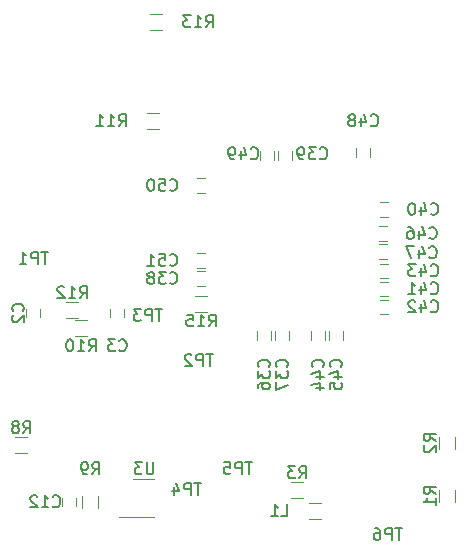
<source format=gbr>
G04 #@! TF.FileFunction,Legend,Bot*
%FSLAX46Y46*%
G04 Gerber Fmt 4.6, Leading zero omitted, Abs format (unit mm)*
G04 Created by KiCad (PCBNEW 4.0.5) date 09/19/17 16:04:32*
%MOMM*%
%LPD*%
G01*
G04 APERTURE LIST*
%ADD10C,0.100000*%
%ADD11C,0.120000*%
%ADD12C,0.150000*%
G04 APERTURE END LIST*
D10*
D11*
X97124000Y-66583000D02*
X96424000Y-66583000D01*
X96424000Y-67783000D02*
X97124000Y-67783000D01*
X97274000Y-76536000D02*
X96274000Y-76536000D01*
X96274000Y-77896000D02*
X97274000Y-77896000D01*
X92464000Y-54020000D02*
X93464000Y-54020000D01*
X93464000Y-52660000D02*
X92464000Y-52660000D01*
X106926000Y-94062000D02*
X105926000Y-94062000D01*
X105926000Y-95422000D02*
X106926000Y-95422000D01*
X111791000Y-71847000D02*
X112491000Y-71847000D01*
X112491000Y-70647000D02*
X111791000Y-70647000D01*
X111791000Y-73371000D02*
X112491000Y-73371000D01*
X112491000Y-72171000D02*
X111791000Y-72171000D01*
X81950000Y-77628000D02*
X81950000Y-78328000D01*
X83150000Y-78328000D02*
X83150000Y-77628000D01*
X89062000Y-77628000D02*
X89062000Y-78328000D01*
X90262000Y-78328000D02*
X90262000Y-77628000D01*
X84998000Y-93630000D02*
X84998000Y-94330000D01*
X86198000Y-94330000D02*
X86198000Y-93630000D01*
X101508000Y-79533000D02*
X101508000Y-80233000D01*
X102708000Y-80233000D02*
X102708000Y-79533000D01*
X103032000Y-79533000D02*
X103032000Y-80233000D01*
X104232000Y-80233000D02*
X104232000Y-79533000D01*
X96424000Y-75657000D02*
X97124000Y-75657000D01*
X97124000Y-74457000D02*
X96424000Y-74457000D01*
X104486000Y-64993000D02*
X104486000Y-64293000D01*
X103286000Y-64293000D02*
X103286000Y-64993000D01*
X111918000Y-69815000D02*
X112618000Y-69815000D01*
X112618000Y-68615000D02*
X111918000Y-68615000D01*
X111918000Y-76546000D02*
X112618000Y-76546000D01*
X112618000Y-75346000D02*
X111918000Y-75346000D01*
X111918000Y-78070000D02*
X112618000Y-78070000D01*
X112618000Y-76870000D02*
X111918000Y-76870000D01*
X111918000Y-75022000D02*
X112618000Y-75022000D01*
X112618000Y-73822000D02*
X111918000Y-73822000D01*
X106080000Y-79533000D02*
X106080000Y-80233000D01*
X107280000Y-80233000D02*
X107280000Y-79533000D01*
X107604000Y-79533000D02*
X107604000Y-80233000D01*
X108804000Y-80233000D02*
X108804000Y-79533000D01*
X111090000Y-64739000D02*
X111090000Y-64039000D01*
X109890000Y-64039000D02*
X109890000Y-64739000D01*
X102962000Y-64993000D02*
X102962000Y-64293000D01*
X101762000Y-64293000D02*
X101762000Y-64993000D01*
X97124000Y-72933000D02*
X96424000Y-72933000D01*
X96424000Y-74133000D02*
X97124000Y-74133000D01*
X118282000Y-93972000D02*
X118282000Y-92972000D01*
X116922000Y-92972000D02*
X116922000Y-93972000D01*
X118282000Y-89484000D02*
X118282000Y-88484000D01*
X116922000Y-88484000D02*
X116922000Y-89484000D01*
X104402000Y-93644000D02*
X105402000Y-93644000D01*
X105402000Y-92284000D02*
X104402000Y-92284000D01*
X81034000Y-89834000D02*
X82034000Y-89834000D01*
X82034000Y-88474000D02*
X81034000Y-88474000D01*
X88056000Y-94480000D02*
X88056000Y-93480000D01*
X86696000Y-93480000D02*
X86696000Y-94480000D01*
X86114000Y-79928000D02*
X87114000Y-79928000D01*
X87114000Y-78568000D02*
X86114000Y-78568000D01*
X92210000Y-62402000D02*
X93210000Y-62402000D01*
X93210000Y-61042000D02*
X92210000Y-61042000D01*
X85352000Y-78404000D02*
X86352000Y-78404000D01*
X86352000Y-77044000D02*
X85352000Y-77044000D01*
X90968000Y-92050000D02*
X92768000Y-92050000D01*
X92768000Y-95270000D02*
X89818000Y-95270000D01*
D12*
X94114857Y-67540143D02*
X94162476Y-67587762D01*
X94305333Y-67635381D01*
X94400571Y-67635381D01*
X94543429Y-67587762D01*
X94638667Y-67492524D01*
X94686286Y-67397286D01*
X94733905Y-67206810D01*
X94733905Y-67063952D01*
X94686286Y-66873476D01*
X94638667Y-66778238D01*
X94543429Y-66683000D01*
X94400571Y-66635381D01*
X94305333Y-66635381D01*
X94162476Y-66683000D01*
X94114857Y-66730619D01*
X93210095Y-66635381D02*
X93686286Y-66635381D01*
X93733905Y-67111571D01*
X93686286Y-67063952D01*
X93591048Y-67016333D01*
X93352952Y-67016333D01*
X93257714Y-67063952D01*
X93210095Y-67111571D01*
X93162476Y-67206810D01*
X93162476Y-67444905D01*
X93210095Y-67540143D01*
X93257714Y-67587762D01*
X93352952Y-67635381D01*
X93591048Y-67635381D01*
X93686286Y-67587762D01*
X93733905Y-67540143D01*
X92543429Y-66635381D02*
X92448190Y-66635381D01*
X92352952Y-66683000D01*
X92305333Y-66730619D01*
X92257714Y-66825857D01*
X92210095Y-67016333D01*
X92210095Y-67254429D01*
X92257714Y-67444905D01*
X92305333Y-67540143D01*
X92352952Y-67587762D01*
X92448190Y-67635381D01*
X92543429Y-67635381D01*
X92638667Y-67587762D01*
X92686286Y-67540143D01*
X92733905Y-67444905D01*
X92781524Y-67254429D01*
X92781524Y-67016333D01*
X92733905Y-66825857D01*
X92686286Y-66730619D01*
X92638667Y-66683000D01*
X92543429Y-66635381D01*
X93463905Y-77652381D02*
X92892476Y-77652381D01*
X93178191Y-78652381D02*
X93178191Y-77652381D01*
X92559143Y-78652381D02*
X92559143Y-77652381D01*
X92178190Y-77652381D01*
X92082952Y-77700000D01*
X92035333Y-77747619D01*
X91987714Y-77842857D01*
X91987714Y-77985714D01*
X92035333Y-78080952D01*
X92082952Y-78128571D01*
X92178190Y-78176190D01*
X92559143Y-78176190D01*
X91654381Y-77652381D02*
X91035333Y-77652381D01*
X91368667Y-78033333D01*
X91225809Y-78033333D01*
X91130571Y-78080952D01*
X91082952Y-78128571D01*
X91035333Y-78223810D01*
X91035333Y-78461905D01*
X91082952Y-78557143D01*
X91130571Y-78604762D01*
X91225809Y-78652381D01*
X91511524Y-78652381D01*
X91606762Y-78604762D01*
X91654381Y-78557143D01*
X97416857Y-79118381D02*
X97750191Y-78642190D01*
X97988286Y-79118381D02*
X97988286Y-78118381D01*
X97607333Y-78118381D01*
X97512095Y-78166000D01*
X97464476Y-78213619D01*
X97416857Y-78308857D01*
X97416857Y-78451714D01*
X97464476Y-78546952D01*
X97512095Y-78594571D01*
X97607333Y-78642190D01*
X97988286Y-78642190D01*
X96464476Y-79118381D02*
X97035905Y-79118381D01*
X96750191Y-79118381D02*
X96750191Y-78118381D01*
X96845429Y-78261238D01*
X96940667Y-78356476D01*
X97035905Y-78404095D01*
X95559714Y-78118381D02*
X96035905Y-78118381D01*
X96083524Y-78594571D01*
X96035905Y-78546952D01*
X95940667Y-78499333D01*
X95702571Y-78499333D01*
X95607333Y-78546952D01*
X95559714Y-78594571D01*
X95512095Y-78689810D01*
X95512095Y-78927905D01*
X95559714Y-79023143D01*
X95607333Y-79070762D01*
X95702571Y-79118381D01*
X95940667Y-79118381D01*
X96035905Y-79070762D01*
X96083524Y-79023143D01*
X97162857Y-53792381D02*
X97496191Y-53316190D01*
X97734286Y-53792381D02*
X97734286Y-52792381D01*
X97353333Y-52792381D01*
X97258095Y-52840000D01*
X97210476Y-52887619D01*
X97162857Y-52982857D01*
X97162857Y-53125714D01*
X97210476Y-53220952D01*
X97258095Y-53268571D01*
X97353333Y-53316190D01*
X97734286Y-53316190D01*
X96210476Y-53792381D02*
X96781905Y-53792381D01*
X96496191Y-53792381D02*
X96496191Y-52792381D01*
X96591429Y-52935238D01*
X96686667Y-53030476D01*
X96781905Y-53078095D01*
X95877143Y-52792381D02*
X95258095Y-52792381D01*
X95591429Y-53173333D01*
X95448571Y-53173333D01*
X95353333Y-53220952D01*
X95305714Y-53268571D01*
X95258095Y-53363810D01*
X95258095Y-53601905D01*
X95305714Y-53697143D01*
X95353333Y-53744762D01*
X95448571Y-53792381D01*
X95734286Y-53792381D01*
X95829524Y-53744762D01*
X95877143Y-53697143D01*
X103544666Y-95194381D02*
X104020857Y-95194381D01*
X104020857Y-94194381D01*
X102687523Y-95194381D02*
X103258952Y-95194381D01*
X102973238Y-95194381D02*
X102973238Y-94194381D01*
X103068476Y-94337238D01*
X103163714Y-94432476D01*
X103258952Y-94480095D01*
X116085857Y-71604143D02*
X116133476Y-71651762D01*
X116276333Y-71699381D01*
X116371571Y-71699381D01*
X116514429Y-71651762D01*
X116609667Y-71556524D01*
X116657286Y-71461286D01*
X116704905Y-71270810D01*
X116704905Y-71127952D01*
X116657286Y-70937476D01*
X116609667Y-70842238D01*
X116514429Y-70747000D01*
X116371571Y-70699381D01*
X116276333Y-70699381D01*
X116133476Y-70747000D01*
X116085857Y-70794619D01*
X115228714Y-71032714D02*
X115228714Y-71699381D01*
X115466810Y-70651762D02*
X115704905Y-71366048D01*
X115085857Y-71366048D01*
X114276333Y-70699381D02*
X114466810Y-70699381D01*
X114562048Y-70747000D01*
X114609667Y-70794619D01*
X114704905Y-70937476D01*
X114752524Y-71127952D01*
X114752524Y-71508905D01*
X114704905Y-71604143D01*
X114657286Y-71651762D01*
X114562048Y-71699381D01*
X114371571Y-71699381D01*
X114276333Y-71651762D01*
X114228714Y-71604143D01*
X114181095Y-71508905D01*
X114181095Y-71270810D01*
X114228714Y-71175571D01*
X114276333Y-71127952D01*
X114371571Y-71080333D01*
X114562048Y-71080333D01*
X114657286Y-71127952D01*
X114704905Y-71175571D01*
X114752524Y-71270810D01*
X116085857Y-73255143D02*
X116133476Y-73302762D01*
X116276333Y-73350381D01*
X116371571Y-73350381D01*
X116514429Y-73302762D01*
X116609667Y-73207524D01*
X116657286Y-73112286D01*
X116704905Y-72921810D01*
X116704905Y-72778952D01*
X116657286Y-72588476D01*
X116609667Y-72493238D01*
X116514429Y-72398000D01*
X116371571Y-72350381D01*
X116276333Y-72350381D01*
X116133476Y-72398000D01*
X116085857Y-72445619D01*
X115228714Y-72683714D02*
X115228714Y-73350381D01*
X115466810Y-72302762D02*
X115704905Y-73017048D01*
X115085857Y-73017048D01*
X114800143Y-72350381D02*
X114133476Y-72350381D01*
X114562048Y-73350381D01*
X81657143Y-77811334D02*
X81704762Y-77763715D01*
X81752381Y-77620858D01*
X81752381Y-77525620D01*
X81704762Y-77382762D01*
X81609524Y-77287524D01*
X81514286Y-77239905D01*
X81323810Y-77192286D01*
X81180952Y-77192286D01*
X80990476Y-77239905D01*
X80895238Y-77287524D01*
X80800000Y-77382762D01*
X80752381Y-77525620D01*
X80752381Y-77620858D01*
X80800000Y-77763715D01*
X80847619Y-77811334D01*
X80847619Y-78192286D02*
X80800000Y-78239905D01*
X80752381Y-78335143D01*
X80752381Y-78573239D01*
X80800000Y-78668477D01*
X80847619Y-78716096D01*
X80942857Y-78763715D01*
X81038095Y-78763715D01*
X81180952Y-78716096D01*
X81752381Y-78144667D01*
X81752381Y-78763715D01*
X89828666Y-81129143D02*
X89876285Y-81176762D01*
X90019142Y-81224381D01*
X90114380Y-81224381D01*
X90257238Y-81176762D01*
X90352476Y-81081524D01*
X90400095Y-80986286D01*
X90447714Y-80795810D01*
X90447714Y-80652952D01*
X90400095Y-80462476D01*
X90352476Y-80367238D01*
X90257238Y-80272000D01*
X90114380Y-80224381D01*
X90019142Y-80224381D01*
X89876285Y-80272000D01*
X89828666Y-80319619D01*
X89495333Y-80224381D02*
X88876285Y-80224381D01*
X89209619Y-80605333D01*
X89066761Y-80605333D01*
X88971523Y-80652952D01*
X88923904Y-80700571D01*
X88876285Y-80795810D01*
X88876285Y-81033905D01*
X88923904Y-81129143D01*
X88971523Y-81176762D01*
X89066761Y-81224381D01*
X89352476Y-81224381D01*
X89447714Y-81176762D01*
X89495333Y-81129143D01*
X84208857Y-94337143D02*
X84256476Y-94384762D01*
X84399333Y-94432381D01*
X84494571Y-94432381D01*
X84637429Y-94384762D01*
X84732667Y-94289524D01*
X84780286Y-94194286D01*
X84827905Y-94003810D01*
X84827905Y-93860952D01*
X84780286Y-93670476D01*
X84732667Y-93575238D01*
X84637429Y-93480000D01*
X84494571Y-93432381D01*
X84399333Y-93432381D01*
X84256476Y-93480000D01*
X84208857Y-93527619D01*
X83256476Y-94432381D02*
X83827905Y-94432381D01*
X83542191Y-94432381D02*
X83542191Y-93432381D01*
X83637429Y-93575238D01*
X83732667Y-93670476D01*
X83827905Y-93718095D01*
X82875524Y-93527619D02*
X82827905Y-93480000D01*
X82732667Y-93432381D01*
X82494571Y-93432381D01*
X82399333Y-93480000D01*
X82351714Y-93527619D01*
X82304095Y-93622857D01*
X82304095Y-93718095D01*
X82351714Y-93860952D01*
X82923143Y-94432381D01*
X82304095Y-94432381D01*
X102465143Y-82542143D02*
X102512762Y-82494524D01*
X102560381Y-82351667D01*
X102560381Y-82256429D01*
X102512762Y-82113571D01*
X102417524Y-82018333D01*
X102322286Y-81970714D01*
X102131810Y-81923095D01*
X101988952Y-81923095D01*
X101798476Y-81970714D01*
X101703238Y-82018333D01*
X101608000Y-82113571D01*
X101560381Y-82256429D01*
X101560381Y-82351667D01*
X101608000Y-82494524D01*
X101655619Y-82542143D01*
X101560381Y-82875476D02*
X101560381Y-83494524D01*
X101941333Y-83161190D01*
X101941333Y-83304048D01*
X101988952Y-83399286D01*
X102036571Y-83446905D01*
X102131810Y-83494524D01*
X102369905Y-83494524D01*
X102465143Y-83446905D01*
X102512762Y-83399286D01*
X102560381Y-83304048D01*
X102560381Y-83018333D01*
X102512762Y-82923095D01*
X102465143Y-82875476D01*
X101560381Y-84351667D02*
X101560381Y-84161190D01*
X101608000Y-84065952D01*
X101655619Y-84018333D01*
X101798476Y-83923095D01*
X101988952Y-83875476D01*
X102369905Y-83875476D01*
X102465143Y-83923095D01*
X102512762Y-83970714D01*
X102560381Y-84065952D01*
X102560381Y-84256429D01*
X102512762Y-84351667D01*
X102465143Y-84399286D01*
X102369905Y-84446905D01*
X102131810Y-84446905D01*
X102036571Y-84399286D01*
X101988952Y-84351667D01*
X101941333Y-84256429D01*
X101941333Y-84065952D01*
X101988952Y-83970714D01*
X102036571Y-83923095D01*
X102131810Y-83875476D01*
X103989143Y-82542143D02*
X104036762Y-82494524D01*
X104084381Y-82351667D01*
X104084381Y-82256429D01*
X104036762Y-82113571D01*
X103941524Y-82018333D01*
X103846286Y-81970714D01*
X103655810Y-81923095D01*
X103512952Y-81923095D01*
X103322476Y-81970714D01*
X103227238Y-82018333D01*
X103132000Y-82113571D01*
X103084381Y-82256429D01*
X103084381Y-82351667D01*
X103132000Y-82494524D01*
X103179619Y-82542143D01*
X103084381Y-82875476D02*
X103084381Y-83494524D01*
X103465333Y-83161190D01*
X103465333Y-83304048D01*
X103512952Y-83399286D01*
X103560571Y-83446905D01*
X103655810Y-83494524D01*
X103893905Y-83494524D01*
X103989143Y-83446905D01*
X104036762Y-83399286D01*
X104084381Y-83304048D01*
X104084381Y-83018333D01*
X104036762Y-82923095D01*
X103989143Y-82875476D01*
X103084381Y-83827857D02*
X103084381Y-84494524D01*
X104084381Y-84065952D01*
X94114857Y-75414143D02*
X94162476Y-75461762D01*
X94305333Y-75509381D01*
X94400571Y-75509381D01*
X94543429Y-75461762D01*
X94638667Y-75366524D01*
X94686286Y-75271286D01*
X94733905Y-75080810D01*
X94733905Y-74937952D01*
X94686286Y-74747476D01*
X94638667Y-74652238D01*
X94543429Y-74557000D01*
X94400571Y-74509381D01*
X94305333Y-74509381D01*
X94162476Y-74557000D01*
X94114857Y-74604619D01*
X93781524Y-74509381D02*
X93162476Y-74509381D01*
X93495810Y-74890333D01*
X93352952Y-74890333D01*
X93257714Y-74937952D01*
X93210095Y-74985571D01*
X93162476Y-75080810D01*
X93162476Y-75318905D01*
X93210095Y-75414143D01*
X93257714Y-75461762D01*
X93352952Y-75509381D01*
X93638667Y-75509381D01*
X93733905Y-75461762D01*
X93781524Y-75414143D01*
X92591048Y-74937952D02*
X92686286Y-74890333D01*
X92733905Y-74842714D01*
X92781524Y-74747476D01*
X92781524Y-74699857D01*
X92733905Y-74604619D01*
X92686286Y-74557000D01*
X92591048Y-74509381D01*
X92400571Y-74509381D01*
X92305333Y-74557000D01*
X92257714Y-74604619D01*
X92210095Y-74699857D01*
X92210095Y-74747476D01*
X92257714Y-74842714D01*
X92305333Y-74890333D01*
X92400571Y-74937952D01*
X92591048Y-74937952D01*
X92686286Y-74985571D01*
X92733905Y-75033190D01*
X92781524Y-75128429D01*
X92781524Y-75318905D01*
X92733905Y-75414143D01*
X92686286Y-75461762D01*
X92591048Y-75509381D01*
X92400571Y-75509381D01*
X92305333Y-75461762D01*
X92257714Y-75414143D01*
X92210095Y-75318905D01*
X92210095Y-75128429D01*
X92257714Y-75033190D01*
X92305333Y-74985571D01*
X92400571Y-74937952D01*
X106814857Y-64873143D02*
X106862476Y-64920762D01*
X107005333Y-64968381D01*
X107100571Y-64968381D01*
X107243429Y-64920762D01*
X107338667Y-64825524D01*
X107386286Y-64730286D01*
X107433905Y-64539810D01*
X107433905Y-64396952D01*
X107386286Y-64206476D01*
X107338667Y-64111238D01*
X107243429Y-64016000D01*
X107100571Y-63968381D01*
X107005333Y-63968381D01*
X106862476Y-64016000D01*
X106814857Y-64063619D01*
X106481524Y-63968381D02*
X105862476Y-63968381D01*
X106195810Y-64349333D01*
X106052952Y-64349333D01*
X105957714Y-64396952D01*
X105910095Y-64444571D01*
X105862476Y-64539810D01*
X105862476Y-64777905D01*
X105910095Y-64873143D01*
X105957714Y-64920762D01*
X106052952Y-64968381D01*
X106338667Y-64968381D01*
X106433905Y-64920762D01*
X106481524Y-64873143D01*
X105386286Y-64968381D02*
X105195810Y-64968381D01*
X105100571Y-64920762D01*
X105052952Y-64873143D01*
X104957714Y-64730286D01*
X104910095Y-64539810D01*
X104910095Y-64158857D01*
X104957714Y-64063619D01*
X105005333Y-64016000D01*
X105100571Y-63968381D01*
X105291048Y-63968381D01*
X105386286Y-64016000D01*
X105433905Y-64063619D01*
X105481524Y-64158857D01*
X105481524Y-64396952D01*
X105433905Y-64492190D01*
X105386286Y-64539810D01*
X105291048Y-64587429D01*
X105100571Y-64587429D01*
X105005333Y-64539810D01*
X104957714Y-64492190D01*
X104910095Y-64396952D01*
X116212857Y-69572143D02*
X116260476Y-69619762D01*
X116403333Y-69667381D01*
X116498571Y-69667381D01*
X116641429Y-69619762D01*
X116736667Y-69524524D01*
X116784286Y-69429286D01*
X116831905Y-69238810D01*
X116831905Y-69095952D01*
X116784286Y-68905476D01*
X116736667Y-68810238D01*
X116641429Y-68715000D01*
X116498571Y-68667381D01*
X116403333Y-68667381D01*
X116260476Y-68715000D01*
X116212857Y-68762619D01*
X115355714Y-69000714D02*
X115355714Y-69667381D01*
X115593810Y-68619762D02*
X115831905Y-69334048D01*
X115212857Y-69334048D01*
X114641429Y-68667381D02*
X114546190Y-68667381D01*
X114450952Y-68715000D01*
X114403333Y-68762619D01*
X114355714Y-68857857D01*
X114308095Y-69048333D01*
X114308095Y-69286429D01*
X114355714Y-69476905D01*
X114403333Y-69572143D01*
X114450952Y-69619762D01*
X114546190Y-69667381D01*
X114641429Y-69667381D01*
X114736667Y-69619762D01*
X114784286Y-69572143D01*
X114831905Y-69476905D01*
X114879524Y-69286429D01*
X114879524Y-69048333D01*
X114831905Y-68857857D01*
X114784286Y-68762619D01*
X114736667Y-68715000D01*
X114641429Y-68667381D01*
X116212857Y-76303143D02*
X116260476Y-76350762D01*
X116403333Y-76398381D01*
X116498571Y-76398381D01*
X116641429Y-76350762D01*
X116736667Y-76255524D01*
X116784286Y-76160286D01*
X116831905Y-75969810D01*
X116831905Y-75826952D01*
X116784286Y-75636476D01*
X116736667Y-75541238D01*
X116641429Y-75446000D01*
X116498571Y-75398381D01*
X116403333Y-75398381D01*
X116260476Y-75446000D01*
X116212857Y-75493619D01*
X115355714Y-75731714D02*
X115355714Y-76398381D01*
X115593810Y-75350762D02*
X115831905Y-76065048D01*
X115212857Y-76065048D01*
X114308095Y-76398381D02*
X114879524Y-76398381D01*
X114593810Y-76398381D02*
X114593810Y-75398381D01*
X114689048Y-75541238D01*
X114784286Y-75636476D01*
X114879524Y-75684095D01*
X116212857Y-77827143D02*
X116260476Y-77874762D01*
X116403333Y-77922381D01*
X116498571Y-77922381D01*
X116641429Y-77874762D01*
X116736667Y-77779524D01*
X116784286Y-77684286D01*
X116831905Y-77493810D01*
X116831905Y-77350952D01*
X116784286Y-77160476D01*
X116736667Y-77065238D01*
X116641429Y-76970000D01*
X116498571Y-76922381D01*
X116403333Y-76922381D01*
X116260476Y-76970000D01*
X116212857Y-77017619D01*
X115355714Y-77255714D02*
X115355714Y-77922381D01*
X115593810Y-76874762D02*
X115831905Y-77589048D01*
X115212857Y-77589048D01*
X114879524Y-77017619D02*
X114831905Y-76970000D01*
X114736667Y-76922381D01*
X114498571Y-76922381D01*
X114403333Y-76970000D01*
X114355714Y-77017619D01*
X114308095Y-77112857D01*
X114308095Y-77208095D01*
X114355714Y-77350952D01*
X114927143Y-77922381D01*
X114308095Y-77922381D01*
X116212857Y-74779143D02*
X116260476Y-74826762D01*
X116403333Y-74874381D01*
X116498571Y-74874381D01*
X116641429Y-74826762D01*
X116736667Y-74731524D01*
X116784286Y-74636286D01*
X116831905Y-74445810D01*
X116831905Y-74302952D01*
X116784286Y-74112476D01*
X116736667Y-74017238D01*
X116641429Y-73922000D01*
X116498571Y-73874381D01*
X116403333Y-73874381D01*
X116260476Y-73922000D01*
X116212857Y-73969619D01*
X115355714Y-74207714D02*
X115355714Y-74874381D01*
X115593810Y-73826762D02*
X115831905Y-74541048D01*
X115212857Y-74541048D01*
X114927143Y-73874381D02*
X114308095Y-73874381D01*
X114641429Y-74255333D01*
X114498571Y-74255333D01*
X114403333Y-74302952D01*
X114355714Y-74350571D01*
X114308095Y-74445810D01*
X114308095Y-74683905D01*
X114355714Y-74779143D01*
X114403333Y-74826762D01*
X114498571Y-74874381D01*
X114784286Y-74874381D01*
X114879524Y-74826762D01*
X114927143Y-74779143D01*
X107037143Y-82542143D02*
X107084762Y-82494524D01*
X107132381Y-82351667D01*
X107132381Y-82256429D01*
X107084762Y-82113571D01*
X106989524Y-82018333D01*
X106894286Y-81970714D01*
X106703810Y-81923095D01*
X106560952Y-81923095D01*
X106370476Y-81970714D01*
X106275238Y-82018333D01*
X106180000Y-82113571D01*
X106132381Y-82256429D01*
X106132381Y-82351667D01*
X106180000Y-82494524D01*
X106227619Y-82542143D01*
X106465714Y-83399286D02*
X107132381Y-83399286D01*
X106084762Y-83161190D02*
X106799048Y-82923095D01*
X106799048Y-83542143D01*
X106465714Y-84351667D02*
X107132381Y-84351667D01*
X106084762Y-84113571D02*
X106799048Y-83875476D01*
X106799048Y-84494524D01*
X108561143Y-82542143D02*
X108608762Y-82494524D01*
X108656381Y-82351667D01*
X108656381Y-82256429D01*
X108608762Y-82113571D01*
X108513524Y-82018333D01*
X108418286Y-81970714D01*
X108227810Y-81923095D01*
X108084952Y-81923095D01*
X107894476Y-81970714D01*
X107799238Y-82018333D01*
X107704000Y-82113571D01*
X107656381Y-82256429D01*
X107656381Y-82351667D01*
X107704000Y-82494524D01*
X107751619Y-82542143D01*
X107989714Y-83399286D02*
X108656381Y-83399286D01*
X107608762Y-83161190D02*
X108323048Y-82923095D01*
X108323048Y-83542143D01*
X107656381Y-84399286D02*
X107656381Y-83923095D01*
X108132571Y-83875476D01*
X108084952Y-83923095D01*
X108037333Y-84018333D01*
X108037333Y-84256429D01*
X108084952Y-84351667D01*
X108132571Y-84399286D01*
X108227810Y-84446905D01*
X108465905Y-84446905D01*
X108561143Y-84399286D01*
X108608762Y-84351667D01*
X108656381Y-84256429D01*
X108656381Y-84018333D01*
X108608762Y-83923095D01*
X108561143Y-83875476D01*
X111132857Y-62079143D02*
X111180476Y-62126762D01*
X111323333Y-62174381D01*
X111418571Y-62174381D01*
X111561429Y-62126762D01*
X111656667Y-62031524D01*
X111704286Y-61936286D01*
X111751905Y-61745810D01*
X111751905Y-61602952D01*
X111704286Y-61412476D01*
X111656667Y-61317238D01*
X111561429Y-61222000D01*
X111418571Y-61174381D01*
X111323333Y-61174381D01*
X111180476Y-61222000D01*
X111132857Y-61269619D01*
X110275714Y-61507714D02*
X110275714Y-62174381D01*
X110513810Y-61126762D02*
X110751905Y-61841048D01*
X110132857Y-61841048D01*
X109609048Y-61602952D02*
X109704286Y-61555333D01*
X109751905Y-61507714D01*
X109799524Y-61412476D01*
X109799524Y-61364857D01*
X109751905Y-61269619D01*
X109704286Y-61222000D01*
X109609048Y-61174381D01*
X109418571Y-61174381D01*
X109323333Y-61222000D01*
X109275714Y-61269619D01*
X109228095Y-61364857D01*
X109228095Y-61412476D01*
X109275714Y-61507714D01*
X109323333Y-61555333D01*
X109418571Y-61602952D01*
X109609048Y-61602952D01*
X109704286Y-61650571D01*
X109751905Y-61698190D01*
X109799524Y-61793429D01*
X109799524Y-61983905D01*
X109751905Y-62079143D01*
X109704286Y-62126762D01*
X109609048Y-62174381D01*
X109418571Y-62174381D01*
X109323333Y-62126762D01*
X109275714Y-62079143D01*
X109228095Y-61983905D01*
X109228095Y-61793429D01*
X109275714Y-61698190D01*
X109323333Y-61650571D01*
X109418571Y-61602952D01*
X100972857Y-64873143D02*
X101020476Y-64920762D01*
X101163333Y-64968381D01*
X101258571Y-64968381D01*
X101401429Y-64920762D01*
X101496667Y-64825524D01*
X101544286Y-64730286D01*
X101591905Y-64539810D01*
X101591905Y-64396952D01*
X101544286Y-64206476D01*
X101496667Y-64111238D01*
X101401429Y-64016000D01*
X101258571Y-63968381D01*
X101163333Y-63968381D01*
X101020476Y-64016000D01*
X100972857Y-64063619D01*
X100115714Y-64301714D02*
X100115714Y-64968381D01*
X100353810Y-63920762D02*
X100591905Y-64635048D01*
X99972857Y-64635048D01*
X99544286Y-64968381D02*
X99353810Y-64968381D01*
X99258571Y-64920762D01*
X99210952Y-64873143D01*
X99115714Y-64730286D01*
X99068095Y-64539810D01*
X99068095Y-64158857D01*
X99115714Y-64063619D01*
X99163333Y-64016000D01*
X99258571Y-63968381D01*
X99449048Y-63968381D01*
X99544286Y-64016000D01*
X99591905Y-64063619D01*
X99639524Y-64158857D01*
X99639524Y-64396952D01*
X99591905Y-64492190D01*
X99544286Y-64539810D01*
X99449048Y-64587429D01*
X99258571Y-64587429D01*
X99163333Y-64539810D01*
X99115714Y-64492190D01*
X99068095Y-64396952D01*
X94114857Y-73890143D02*
X94162476Y-73937762D01*
X94305333Y-73985381D01*
X94400571Y-73985381D01*
X94543429Y-73937762D01*
X94638667Y-73842524D01*
X94686286Y-73747286D01*
X94733905Y-73556810D01*
X94733905Y-73413952D01*
X94686286Y-73223476D01*
X94638667Y-73128238D01*
X94543429Y-73033000D01*
X94400571Y-72985381D01*
X94305333Y-72985381D01*
X94162476Y-73033000D01*
X94114857Y-73080619D01*
X93210095Y-72985381D02*
X93686286Y-72985381D01*
X93733905Y-73461571D01*
X93686286Y-73413952D01*
X93591048Y-73366333D01*
X93352952Y-73366333D01*
X93257714Y-73413952D01*
X93210095Y-73461571D01*
X93162476Y-73556810D01*
X93162476Y-73794905D01*
X93210095Y-73890143D01*
X93257714Y-73937762D01*
X93352952Y-73985381D01*
X93591048Y-73985381D01*
X93686286Y-73937762D01*
X93733905Y-73890143D01*
X92210095Y-73985381D02*
X92781524Y-73985381D01*
X92495810Y-73985381D02*
X92495810Y-72985381D01*
X92591048Y-73128238D01*
X92686286Y-73223476D01*
X92781524Y-73271095D01*
X116604381Y-93305334D02*
X116128190Y-92972000D01*
X116604381Y-92733905D02*
X115604381Y-92733905D01*
X115604381Y-93114858D01*
X115652000Y-93210096D01*
X115699619Y-93257715D01*
X115794857Y-93305334D01*
X115937714Y-93305334D01*
X116032952Y-93257715D01*
X116080571Y-93210096D01*
X116128190Y-93114858D01*
X116128190Y-92733905D01*
X116604381Y-94257715D02*
X116604381Y-93686286D01*
X116604381Y-93972000D02*
X115604381Y-93972000D01*
X115747238Y-93876762D01*
X115842476Y-93781524D01*
X115890095Y-93686286D01*
X116604381Y-88817334D02*
X116128190Y-88484000D01*
X116604381Y-88245905D02*
X115604381Y-88245905D01*
X115604381Y-88626858D01*
X115652000Y-88722096D01*
X115699619Y-88769715D01*
X115794857Y-88817334D01*
X115937714Y-88817334D01*
X116032952Y-88769715D01*
X116080571Y-88722096D01*
X116128190Y-88626858D01*
X116128190Y-88245905D01*
X115699619Y-89198286D02*
X115652000Y-89245905D01*
X115604381Y-89341143D01*
X115604381Y-89579239D01*
X115652000Y-89674477D01*
X115699619Y-89722096D01*
X115794857Y-89769715D01*
X115890095Y-89769715D01*
X116032952Y-89722096D01*
X116604381Y-89150667D01*
X116604381Y-89769715D01*
X105068666Y-91966381D02*
X105402000Y-91490190D01*
X105640095Y-91966381D02*
X105640095Y-90966381D01*
X105259142Y-90966381D01*
X105163904Y-91014000D01*
X105116285Y-91061619D01*
X105068666Y-91156857D01*
X105068666Y-91299714D01*
X105116285Y-91394952D01*
X105163904Y-91442571D01*
X105259142Y-91490190D01*
X105640095Y-91490190D01*
X104735333Y-90966381D02*
X104116285Y-90966381D01*
X104449619Y-91347333D01*
X104306761Y-91347333D01*
X104211523Y-91394952D01*
X104163904Y-91442571D01*
X104116285Y-91537810D01*
X104116285Y-91775905D01*
X104163904Y-91871143D01*
X104211523Y-91918762D01*
X104306761Y-91966381D01*
X104592476Y-91966381D01*
X104687714Y-91918762D01*
X104735333Y-91871143D01*
X81700666Y-88156381D02*
X82034000Y-87680190D01*
X82272095Y-88156381D02*
X82272095Y-87156381D01*
X81891142Y-87156381D01*
X81795904Y-87204000D01*
X81748285Y-87251619D01*
X81700666Y-87346857D01*
X81700666Y-87489714D01*
X81748285Y-87584952D01*
X81795904Y-87632571D01*
X81891142Y-87680190D01*
X82272095Y-87680190D01*
X81129238Y-87584952D02*
X81224476Y-87537333D01*
X81272095Y-87489714D01*
X81319714Y-87394476D01*
X81319714Y-87346857D01*
X81272095Y-87251619D01*
X81224476Y-87204000D01*
X81129238Y-87156381D01*
X80938761Y-87156381D01*
X80843523Y-87204000D01*
X80795904Y-87251619D01*
X80748285Y-87346857D01*
X80748285Y-87394476D01*
X80795904Y-87489714D01*
X80843523Y-87537333D01*
X80938761Y-87584952D01*
X81129238Y-87584952D01*
X81224476Y-87632571D01*
X81272095Y-87680190D01*
X81319714Y-87775429D01*
X81319714Y-87965905D01*
X81272095Y-88061143D01*
X81224476Y-88108762D01*
X81129238Y-88156381D01*
X80938761Y-88156381D01*
X80843523Y-88108762D01*
X80795904Y-88061143D01*
X80748285Y-87965905D01*
X80748285Y-87775429D01*
X80795904Y-87680190D01*
X80843523Y-87632571D01*
X80938761Y-87584952D01*
X87542666Y-91638381D02*
X87876000Y-91162190D01*
X88114095Y-91638381D02*
X88114095Y-90638381D01*
X87733142Y-90638381D01*
X87637904Y-90686000D01*
X87590285Y-90733619D01*
X87542666Y-90828857D01*
X87542666Y-90971714D01*
X87590285Y-91066952D01*
X87637904Y-91114571D01*
X87733142Y-91162190D01*
X88114095Y-91162190D01*
X87066476Y-91638381D02*
X86876000Y-91638381D01*
X86780761Y-91590762D01*
X86733142Y-91543143D01*
X86637904Y-91400286D01*
X86590285Y-91209810D01*
X86590285Y-90828857D01*
X86637904Y-90733619D01*
X86685523Y-90686000D01*
X86780761Y-90638381D01*
X86971238Y-90638381D01*
X87066476Y-90686000D01*
X87114095Y-90733619D01*
X87161714Y-90828857D01*
X87161714Y-91066952D01*
X87114095Y-91162190D01*
X87066476Y-91209810D01*
X86971238Y-91257429D01*
X86780761Y-91257429D01*
X86685523Y-91209810D01*
X86637904Y-91162190D01*
X86590285Y-91066952D01*
X87256857Y-81224381D02*
X87590191Y-80748190D01*
X87828286Y-81224381D02*
X87828286Y-80224381D01*
X87447333Y-80224381D01*
X87352095Y-80272000D01*
X87304476Y-80319619D01*
X87256857Y-80414857D01*
X87256857Y-80557714D01*
X87304476Y-80652952D01*
X87352095Y-80700571D01*
X87447333Y-80748190D01*
X87828286Y-80748190D01*
X86304476Y-81224381D02*
X86875905Y-81224381D01*
X86590191Y-81224381D02*
X86590191Y-80224381D01*
X86685429Y-80367238D01*
X86780667Y-80462476D01*
X86875905Y-80510095D01*
X85685429Y-80224381D02*
X85590190Y-80224381D01*
X85494952Y-80272000D01*
X85447333Y-80319619D01*
X85399714Y-80414857D01*
X85352095Y-80605333D01*
X85352095Y-80843429D01*
X85399714Y-81033905D01*
X85447333Y-81129143D01*
X85494952Y-81176762D01*
X85590190Y-81224381D01*
X85685429Y-81224381D01*
X85780667Y-81176762D01*
X85828286Y-81129143D01*
X85875905Y-81033905D01*
X85923524Y-80843429D01*
X85923524Y-80605333D01*
X85875905Y-80414857D01*
X85828286Y-80319619D01*
X85780667Y-80272000D01*
X85685429Y-80224381D01*
X89796857Y-62174381D02*
X90130191Y-61698190D01*
X90368286Y-62174381D02*
X90368286Y-61174381D01*
X89987333Y-61174381D01*
X89892095Y-61222000D01*
X89844476Y-61269619D01*
X89796857Y-61364857D01*
X89796857Y-61507714D01*
X89844476Y-61602952D01*
X89892095Y-61650571D01*
X89987333Y-61698190D01*
X90368286Y-61698190D01*
X88844476Y-62174381D02*
X89415905Y-62174381D01*
X89130191Y-62174381D02*
X89130191Y-61174381D01*
X89225429Y-61317238D01*
X89320667Y-61412476D01*
X89415905Y-61460095D01*
X87892095Y-62174381D02*
X88463524Y-62174381D01*
X88177810Y-62174381D02*
X88177810Y-61174381D01*
X88273048Y-61317238D01*
X88368286Y-61412476D01*
X88463524Y-61460095D01*
X86494857Y-76726381D02*
X86828191Y-76250190D01*
X87066286Y-76726381D02*
X87066286Y-75726381D01*
X86685333Y-75726381D01*
X86590095Y-75774000D01*
X86542476Y-75821619D01*
X86494857Y-75916857D01*
X86494857Y-76059714D01*
X86542476Y-76154952D01*
X86590095Y-76202571D01*
X86685333Y-76250190D01*
X87066286Y-76250190D01*
X85542476Y-76726381D02*
X86113905Y-76726381D01*
X85828191Y-76726381D02*
X85828191Y-75726381D01*
X85923429Y-75869238D01*
X86018667Y-75964476D01*
X86113905Y-76012095D01*
X85161524Y-75821619D02*
X85113905Y-75774000D01*
X85018667Y-75726381D01*
X84780571Y-75726381D01*
X84685333Y-75774000D01*
X84637714Y-75821619D01*
X84590095Y-75916857D01*
X84590095Y-76012095D01*
X84637714Y-76154952D01*
X85209143Y-76726381D01*
X84590095Y-76726381D01*
X92709905Y-90638381D02*
X92709905Y-91447905D01*
X92662286Y-91543143D01*
X92614667Y-91590762D01*
X92519429Y-91638381D01*
X92328952Y-91638381D01*
X92233714Y-91590762D01*
X92186095Y-91543143D01*
X92138476Y-91447905D01*
X92138476Y-90638381D01*
X91757524Y-90638381D02*
X91138476Y-90638381D01*
X91471810Y-91019333D01*
X91328952Y-91019333D01*
X91233714Y-91066952D01*
X91186095Y-91114571D01*
X91138476Y-91209810D01*
X91138476Y-91447905D01*
X91186095Y-91543143D01*
X91233714Y-91590762D01*
X91328952Y-91638381D01*
X91614667Y-91638381D01*
X91709905Y-91590762D01*
X91757524Y-91543143D01*
X83811905Y-72826381D02*
X83240476Y-72826381D01*
X83526191Y-73826381D02*
X83526191Y-72826381D01*
X82907143Y-73826381D02*
X82907143Y-72826381D01*
X82526190Y-72826381D01*
X82430952Y-72874000D01*
X82383333Y-72921619D01*
X82335714Y-73016857D01*
X82335714Y-73159714D01*
X82383333Y-73254952D01*
X82430952Y-73302571D01*
X82526190Y-73350190D01*
X82907143Y-73350190D01*
X81383333Y-73826381D02*
X81954762Y-73826381D01*
X81669048Y-73826381D02*
X81669048Y-72826381D01*
X81764286Y-72969238D01*
X81859524Y-73064476D01*
X81954762Y-73112095D01*
X97781905Y-81462381D02*
X97210476Y-81462381D01*
X97496191Y-82462381D02*
X97496191Y-81462381D01*
X96877143Y-82462381D02*
X96877143Y-81462381D01*
X96496190Y-81462381D01*
X96400952Y-81510000D01*
X96353333Y-81557619D01*
X96305714Y-81652857D01*
X96305714Y-81795714D01*
X96353333Y-81890952D01*
X96400952Y-81938571D01*
X96496190Y-81986190D01*
X96877143Y-81986190D01*
X95924762Y-81557619D02*
X95877143Y-81510000D01*
X95781905Y-81462381D01*
X95543809Y-81462381D01*
X95448571Y-81510000D01*
X95400952Y-81557619D01*
X95353333Y-81652857D01*
X95353333Y-81748095D01*
X95400952Y-81890952D01*
X95972381Y-82462381D01*
X95353333Y-82462381D01*
X96765905Y-92384381D02*
X96194476Y-92384381D01*
X96480191Y-93384381D02*
X96480191Y-92384381D01*
X95861143Y-93384381D02*
X95861143Y-92384381D01*
X95480190Y-92384381D01*
X95384952Y-92432000D01*
X95337333Y-92479619D01*
X95289714Y-92574857D01*
X95289714Y-92717714D01*
X95337333Y-92812952D01*
X95384952Y-92860571D01*
X95480190Y-92908190D01*
X95861143Y-92908190D01*
X94432571Y-92717714D02*
X94432571Y-93384381D01*
X94670667Y-92336762D02*
X94908762Y-93051048D01*
X94289714Y-93051048D01*
X101083905Y-90606381D02*
X100512476Y-90606381D01*
X100798191Y-91606381D02*
X100798191Y-90606381D01*
X100179143Y-91606381D02*
X100179143Y-90606381D01*
X99798190Y-90606381D01*
X99702952Y-90654000D01*
X99655333Y-90701619D01*
X99607714Y-90796857D01*
X99607714Y-90939714D01*
X99655333Y-91034952D01*
X99702952Y-91082571D01*
X99798190Y-91130190D01*
X100179143Y-91130190D01*
X98702952Y-90606381D02*
X99179143Y-90606381D01*
X99226762Y-91082571D01*
X99179143Y-91034952D01*
X99083905Y-90987333D01*
X98845809Y-90987333D01*
X98750571Y-91034952D01*
X98702952Y-91082571D01*
X98655333Y-91177810D01*
X98655333Y-91415905D01*
X98702952Y-91511143D01*
X98750571Y-91558762D01*
X98845809Y-91606381D01*
X99083905Y-91606381D01*
X99179143Y-91558762D01*
X99226762Y-91511143D01*
X113783905Y-96194381D02*
X113212476Y-96194381D01*
X113498191Y-97194381D02*
X113498191Y-96194381D01*
X112879143Y-97194381D02*
X112879143Y-96194381D01*
X112498190Y-96194381D01*
X112402952Y-96242000D01*
X112355333Y-96289619D01*
X112307714Y-96384857D01*
X112307714Y-96527714D01*
X112355333Y-96622952D01*
X112402952Y-96670571D01*
X112498190Y-96718190D01*
X112879143Y-96718190D01*
X111450571Y-96194381D02*
X111641048Y-96194381D01*
X111736286Y-96242000D01*
X111783905Y-96289619D01*
X111879143Y-96432476D01*
X111926762Y-96622952D01*
X111926762Y-97003905D01*
X111879143Y-97099143D01*
X111831524Y-97146762D01*
X111736286Y-97194381D01*
X111545809Y-97194381D01*
X111450571Y-97146762D01*
X111402952Y-97099143D01*
X111355333Y-97003905D01*
X111355333Y-96765810D01*
X111402952Y-96670571D01*
X111450571Y-96622952D01*
X111545809Y-96575333D01*
X111736286Y-96575333D01*
X111831524Y-96622952D01*
X111879143Y-96670571D01*
X111926762Y-96765810D01*
M02*

</source>
